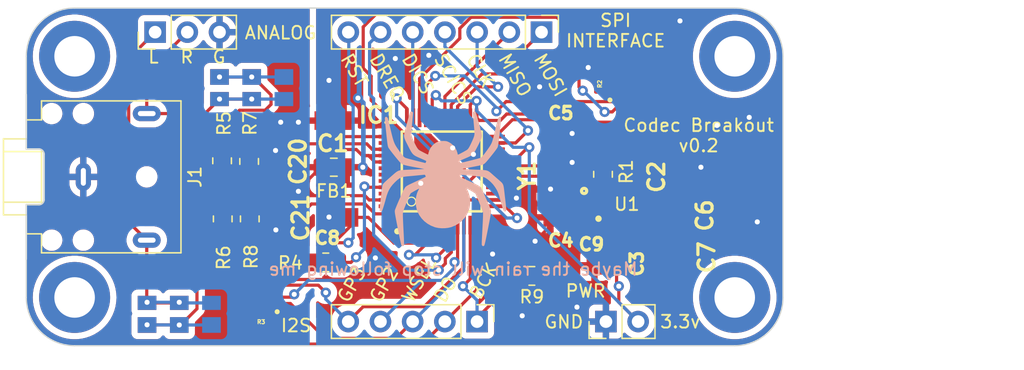
<source format=kicad_pcb>
(kicad_pcb (version 20221018) (generator pcbnew)
  (layers (0 "F.Cu" signal) (31 "B.Cu" signal) (34 "B.Paste" user) (35 "F.Paste" user) (36 "B.SilkS" user "B.Silkscreen") (37 "F.SilkS" user "F.Silkscreen") (38 "B.Mask" user) (39 "F.Mask" user) (44 "Edge.Cuts" user))
  (net 0 "")
  (net 1 "GND")
  (net 2 "+1V8")
  (net 3 "+2V8")
  (net 4 "/CODEC_CRYSTAL1")
  (net 5 "/CODEC_CRYSTAL2")
  (net 6 "+3.3V")
  (net 7 "Net-(C10-Pad2)")
  (net 8 "Net-(C15-Pad2)")
  (net 9 "Net-(C20-Pad2)")
  (net 10 "Net-(C21-Pad2)")
  (net 15 "/Analog Output/RIGHT")
  (net 18 "/Analog Output/LEFT")
  (net 20 "AGND")
  (net 21 "RESET")
  (net 22 "Net-(J4-Pin_2)")
  (net 23 "Net-(J4-Pin_1)")
  (net 24 "DREQ")
  (net 25 "GPIO2")
  (net 26 "GPIO3")
  (net 27 "I2S_BCK")
  (net 28 "I2S_DO")
  (net 29 "DI_CS")
  (net 30 "SCI_CS")
  (net 31 "SPI_CLK")
  (net 32 "MOSI")
  (net 33 "MISO")
  (net 34 "I2S_WSEL")
  (net 35 "GPIO5")
  (net 36 "GPIO0")
  (net 37 "GPIO1")
  (footprint "dowloaded_parts:0805_cap" (layer "F.Cu") (at 184.15 52.705)
    (fp_text reference "C1")
    (fp_text value "CL21B104KBCNNNC" hide)
  )
  (footprint "dowloaded_parts:0805_cap" (layer "F.Cu") (at 202.25835 53.6956 180)
    (fp_text reference "C5")
    (fp_text value "CL21C100CBANNNC" hide)
  )
  (footprint "dowloaded_parts:0805_cap" (layer "F.Cu") (at 172.085 67.945 -90)
    (fp_text reference "C15" hide)
    (fp_text value "CL21A476MQYNNNE" hide)
  )
  (footprint "Resistor_SMD:R_0805_2012Metric_Pad1.20x1.40mm_HandSolder" (layer "F.Cu") (at 175.4632 55.88 90)
    (fp_text reference "R5")
    (fp_text value "RC0805FR-07100RL" hide)
  )
  (footprint "dowloaded_parts:0805_cap" (layer "F.Cu") (at 175.26 50.165 90)
    (fp_text reference "C10" hide)
    (fp_text value "CL21A476MQYNNNE" hide)
  )
  (footprint "Connector_PinHeader_2.54mm:PinHeader_1x02_P2.54mm_Vertical" (layer "F.Cu") (at 205.74 68.58 90)
    (fp_text reference "J5" hide)
    (fp_text value "Conn_01x02" hide)
  )
  (footprint "dowloaded_parts:0805_cap" (layer "F.Cu") (at 205.74 64.135 180)
    (fp_text reference "C9")
    (fp_text value "CL21B104KBCNNNC" hide)
  )
  (footprint "dowloaded_parts:TLV7101828DSER" (layer "F.Cu") (at 206.729 60.96)
    (fp_text reference "U1")
    (fp_text value "TLV7101828DSER" hide)
  )
  (footprint "dowloaded_parts:Resistor_Array_0805_x4" (layer "F.Cu") (at 206.9592 49.5808 90)
    (fp_text reference "R2")
    (fp_text value "YC124-JR-07100KL" hide)
  )
  (footprint "dowloaded_parts:0805_cap" (layer "F.Cu") (at 169.545 67.945 -90)
    (fp_text reference "C16" hide)
    (fp_text value "CL21A476MQYNNNE" hide)
  )
  (footprint "dowloaded_parts:0805_cap" (layer "F.Cu") (at 177.8 50.165 90)
    (fp_text reference "C11" hide)
    (fp_text value "CL21A476MQYNNNE" hide)
  )
  (footprint "Connector_PinHeader_2.54mm:PinHeader_1x03_P2.54mm_Vertical" (layer "F.Cu") (at 170.18 45.72 90)
    (fp_text reference "J4" hide)
    (fp_text value "Conn_01x03" hide)
  )
  (footprint "dowloaded_parts:0805_cap" (layer "F.Cu") (at 211.7598 60.198 -90)
    (fp_text reference "C6")
    (fp_text value "CL21B104KBCNNNC" hide)
  )
  (footprint "Resistor_SMD:R_0805_2012Metric_Pad1.20x1.40mm_HandSolder" (layer "F.Cu") (at 177.5968 55.9308 90)
    (fp_text reference "R7")
    (fp_text value "RC0805JR-0720RL" hide)
  )
  (footprint "dowloaded_parts:0805_cap" (layer "F.Cu") (at 184.8104 60.3504 180)
    (fp_text reference "C8")
    (fp_text value "CL21B104KBCNNNC" hide)
  )
  (footprint "MountingHole:MountingHole_3.2mm_M3_DIN965_Pad" (layer "F.Cu") (at 163.83 47.625)
    (fp_text reference "H2" hide)
    (fp_text value "MountingHole" hide)
  )
  (footprint "dowloaded_parts:0805_cap" (layer "F.Cu") (at 179.6796 60.468 90)
    (fp_text reference "C21")
    (fp_text value "CL21B103KBANNNC" hide)
  )
  (footprint "Resistor_SMD:R_0805_2012Metric_Pad1.20x1.40mm_HandSolder" (layer "F.Cu") (at 183.642 63.9064 180)
    (fp_text reference "R4")
    (fp_text value "ERA-6AEB104V" hide)
  )
  (footprint "dowloaded_parts:0805_cap" (layer "F.Cu") (at 179.6796 55.9308 -90)
    (fp_text reference "C20")
    (fp_text value "CL21B103KBANNNC" hide)
  )
  (footprint "MountingHole:MountingHole_3.2mm_M3_DIN965_Pad" (layer "F.Cu") (at 215.9 47.625)
    (fp_text reference "H3" hide)
    (fp_text value "MountingHole" hide)
  )
  (footprint "dowloaded_parts:0805_cap" (layer "F.Cu") (at 209.677 60.198 -90)
    (fp_text reference "C2")
    (fp_text value "CL21A106KOQNNNE" hide)
  )
  (footprint "Resistor_SMD:R_0805_2012Metric_Pad1.20x1.40mm_HandSolder" (layer "F.Cu") (at 205.50955 56.9468 -90)
    (fp_text reference "R1")
    (fp_text value "RC0805FR-101ML" hide)
  )
  (footprint "dowloaded_parts:0805_cap" (layer "F.Cu") (at 202.20755 60.3504)
    (fp_text reference "C4")
    (fp_text value "CL21C100CBANNNC" hide)
  )
  (footprint "dowloaded_parts:Jack_3.5mm_CUI_SJ1-3523N_Horizontal" (layer "F.Cu") (at 164.52 57.15 -90)
    (fp_text reference "J1")
    (fp_text value "SJ1-3523N" hide)
    (fp_line (start -2.2 3.5) (end -2.2 4.5) (stroke (width 0.12)) (layer "Edge.Cuts"))
    (fp_line (start -2.2 4.5) (end -6.5 4.5) (stroke (width 0.12)) (layer "Edge.Cuts"))
    (fp_line (start 1.8 3.1) (end -1.8 3.1) (stroke (width 0.12)) (layer "Edge.Cuts"))
    (fp_line (start 2.2 3.5) (end 2.2 4.5) (stroke (width 0.12)) (layer "Edge.Cuts"))
    (fp_line (start 2.2 4.5) (end 6.5 4.5) (stroke (width 0.12)) (layer "Edge.Cuts"))
    (fp_arc (start -2.2 3.5) (mid -2.082842 3.217158) (end -1.8 3.1) (stroke (width 0.12)) (layer "Edge.Cuts"))
    (fp_arc (start 1.8 3.1) (mid 2.082843 3.217157) (end 2.2 3.5) (stroke (width 0.12)) (layer "Edge.Cuts"))
  )
  (footprint "dowloaded_parts:Resistor_Array_0805_x4" (layer "F.Cu") (at 178.308 66.9036 180)
    (fp_text reference "R3")
    (fp_text value "YC124-JR-07100KL" hide)
  )
  (footprint "dowloaded_parts:0805_cap" (layer "F.Cu") (at 209.677 64.135 -90)
    (fp_text reference "C3")
    (fp_text value "CL21A106KOQNNNE" hide)
  )
  (footprint "MountingHole:MountingHole_3.2mm_M3_DIN965_Pad" (layer "F.Cu") (at 215.9 66.675)
    (fp_text reference "H4" hide)
    (fp_text value "MountingHole" hide)
  )
  (footprint "Resistor_SMD:R_0805_2012Metric_Pad1.20x1.40mm_HandSolder" (layer "F.Cu") (at 177.6476 60.468 -90)
    (fp_text reference "R8")
    (fp_text value "RC0805JR-0720RL" hide)
  )
  (footprint "Resistor_SMD:R_0805_2012Metric_Pad1.20x1.40mm_HandSolder" (layer "F.Cu") (at 199.898 64.9732 180)
    (fp_text reference "R9")
    (fp_text value "ERA-6AEB104V" hide)
  )
  (footprint "Resistor_SMD:R_0805_2012Metric_Pad1.20x1.40mm_HandSolder" (layer "F.Cu") (at 175.514 60.468 -90)
    (fp_text reference "R6")
    (fp_text value "RC0805FR-07100RL" hide)
  )
  (footprint "dowloaded_parts:0805_cap" (layer "F.Cu") (at 211.7598 64.1858 -90)
    (fp_text reference "C7")
    (fp_text value "CL21B104KBCNNNC" hide)
  )
  (footprint "Inductor_SMD:L_0805_2012Metric_Pad1.15x1.40mm_HandSolder" (layer "F.Cu") (at 184.277 56.388)
    (fp_text reference "FB1")
    (fp_text value "2508053017Y3" hide)
  )
  (footprint "dowloaded_parts:VS1053" (layer "F.Cu") (at 192.79 56.722 90)
    (fp_text reference "IC1")
    (fp_text value "VS1053B" hide)
  )
  (footprint "Connector_PinHeader_2.54mm:PinHeader_1x07_P2.54mm_Vertical" (layer "F.Cu") (at 200.66 45.72 -90)
    (fp_text reference "J2" hide)
    (fp_text value "Conn_01x07" hide)
  )
  (footprint "dowloaded_parts:ABM8G" (layer "F.Cu") (at 202.20755 57.0484 90)
    (fp_text reference "Y1")
    (fp_text value "ABM8G-12.288MHZ-4Y-T3" hide)
  )
  (footprint "MountingHole:MountingHole_3.2mm_M3_DIN965_Pad" (layer "F.Cu") (at 163.83 66.675)
    (fp_text reference "H1" hide)
    (fp_text value "MountingHole" hide)
  )
  (footprint "Connector_PinHeader_2.54mm:PinHeader_1x05_P2.54mm_Vertical" (layer "F.Cu") (at 195.575 68.58 -90)
    (fp_text reference "J3" hide)
    (fp_text value "Conn_01x05" hide)
  )
  (footprint "dowloaded_parts:0805_cap" (layer "B.Cu") (at 175.26 50.165 90)
    (fp_text reference "C14" hide)
    (fp_text value "CL21A476MQYNNNE" hide)
  )
  (footprint "dowloaded_parts:0805_cap" (layer "B.Cu") (at 180.34 50.165 90)
    (fp_text reference "C12" hide)
    (fp_text value "CL21A476MQYNNNE" hide)
  )
  (footprint "dowloaded_parts:0805_cap" (layer "B.Cu") (at 174.625 67.945 -90)
    (fp_text reference "C19" hide)
    (fp_text value "CL21A476MQYNNNE" hide)
  )
  (footprint "dowloaded_parts:0805_cap" (layer "B.Cu") (at 172.085 67.945 -90)
    (fp_text reference "C17" hide)
    (fp_text value "CL21A476MQYNNNE" hide)
  )
  (footprint "LOGO" (layer "B.Cu") (at 192.8876 57.3024 180)
    (fp_text reference "G***" hide)
    (fp_text value "LOGO" hide)
  )
  (footprint "dowloaded_parts:0805_cap" (layer "B.Cu") (at 169.545 67.945 -90)
    (fp_text reference "C18" hide)
    (fp_text value "CL21A476MQYNNNE" hide)
  )
  (footprint "dowloaded_parts:0805_cap" (layer "B.Cu") (at 177.8 50.165 90)
    (fp_text reference "C13" hide)
    (fp_text value "CL21A476MQYNNNE" hide)
  )
  (gr_line (start 219.71 47.625) (end 219.71 66.675) (stroke (width 0.1)) (layer "Edge.Cuts"))
  (gr_arc (start 215.9 43.815) (mid 218.594077 44.930923) (end 219.71 47.625) (stroke (width 0.1)) (layer "Edge.Cuts"))
  (gr_line (start 160.02 50.65) (end 160.02 47.625) (stroke (width 0.1)) (layer "Edge.Cuts"))
  (gr_line (start 215.9 43.815) (end 163.83 43.815) (stroke (width 0.1)) (layer "Edge.Cuts"))
  (gr_line (start 160.02 63.65) (end 160.02 66.675) (stroke (width 0.1)) (layer "Edge.Cuts"))
  (gr_arc (start 160.02 47.625) (mid 161.135923 44.930923) (end 163.83 43.815) (stroke (width 0.1)) (layer "Edge.Cuts"))
  (gr_arc (start 163.83 70.485) (mid 161.135923 69.369077) (end 160.02 66.675) (stroke (width 0.1)) (layer "Edge.Cuts"))
  (gr_arc (start 219.71 66.675) (mid 218.594077 69.369077) (end 215.9 70.485) (stroke (width 0.1)) (layer "Edge.Cuts"))
  (gr_line (start 215.9 70.485) (end 163.83 70.485) (stroke (width 0.1)) (layer "Edge.Cuts"))
  (gr_text "Maybe the rain will stop following me" (at 208.3308 65.024) (layer "B.SilkS") (effects (font (size 1 1)) (justify left bottom mirror)))
  (gr_text "GND" (at 200.8 69.19) (layer "F.SilkS") (effects (font (size 1 1)) (justify left bottom)))
  (gr_text "Codec Breakout\nv0.2" (at 213.0552 55.2704) (layer "F.SilkS") (effects (font (size 1 1)) (justify bottom)))
  (gr_text "DO" (at 193.04 67.31 60) (layer "F.SilkS") (effects (font (size 1 1)) (justify left bottom)))
  (gr_text "DREQ" (at 186.944 47.752 300) (layer "F.SilkS") (effects (font (size 1 1)) (justify left bottom)))
  (gr_text "MOSI" (at 199.898 47.752 300) (layer "F.SilkS") (effects (font (size 1 1)) (justify left bottom)))
  (gr_text "I2S" (at 180.01 69.48) (layer "F.SilkS") (effects (font (size 1 1)) (justify left bottom)))
  (gr_text "R" (at 172.085 48.26) (layer "F.SilkS") (effects (font (size 1 1)) (justify left bottom)))
  (gr_text "BCK" (at 195.834 67.056 60) (layer "F.SilkS") (effects (font (size 1 1)) (justify left bottom)))
  (gr_text "SPI\nINTERFACE" (at 206.502 46.99) (layer "F.SilkS") (effects (font (size 1 1)) (justify bottom)))
  (gr_text "RST" (at 184.658 47.752 300) (layer "F.SilkS") (effects (font (size 1 1)) (justify left bottom)))
  (gr_text "L" (at 169.545 48.26) (layer "F.SilkS") (effects (font (size 1 1)) (justify left bottom)))
  (gr_text "DICS" (at 189.484 47.752 300) (layer "F.SilkS") (effects (font (size 1 1)) (justify left bottom)))
  (gr_text "ANALOG" (at 177.165 46.355) (layer "F.SilkS") (effects (font (size 1 1)) (justify left bottom)))
  (gr_text "CLK" (at 194.564 47.752 300) (layer "F.SilkS") (effects (font (size 1 1)) (justify left bottom)))
  (gr_text "3.3v" (at 209.93 69.18) (layer "F.SilkS") (effects (font (size 1 1)) (justify left bottom)))
  (gr_text "G" (at 174.625 48.26) (layer "F.SilkS") (effects (font (size 1 1)) (justify left bottom)))
  (gr_text "WSEL" (at 190.5 67.31 60) (layer "F.SilkS") (effects (font (size 1 1)) (justify left bottom)))
  (gr_text "GP2" (at 187.96 67.31 60) (layer "F.SilkS") (effects (font (size 1 1)) (justify left bottom)))
  (gr_text "MISO" (at 197.104 47.752 300) (layer "F.SilkS") (effects (font (size 1 1)) (justify left bottom)))
  (gr_text "GP3" (at 185.42 67.31 60) (layer "F.SilkS") (effects (font (size 1 1)) (justify left bottom)))
  (gr_text "SCICS" (at 192.024 47.752 300) (layer "F.SilkS") (effects (font (size 1 1)) (justify left bottom)))
  (gr_text "PWR" (at 202.47 66.75) (layer "F.SilkS") (effects (font (size 1 1)) (justify left bottom)))
  (segment (start 197.028 55.472) (end 197.028 54.972) (width 0.25) (layer "F.Cu") (net 1))
  (segment (start 201.35755 58.1484) (end 201.35755 60.3414) (width 0.25) (layer "F.Cu") (net 1))
  (segment (start 201.36655 61.01545) (end 201.36655 60.3504) (width 0.25) (layer "F.Cu") (net 1))
  (segment (start 197.028 55.472) (end 195.3885 55.472) (width 0.25) (layer "F.Cu") (net 1))
  (segment (start 208.2292 63.4492) (end 208.2292 64.4144) (width 0.25) (layer "F.Cu") (net 1))
  (segment (start 191.54 58.063) (end 191.135 57.658) (width 0.25) (layer "F.Cu") (net 1))
  (segment (start 201.3712 58.16205) (end 201.35755 58.1484) (width 0.25) (layer "F.Cu") (net 1))
  (segment (start 177.728 67.7286) (end 177.728 67.1536) (width 0.25) (layer "F.Cu") (net 1))
  (segment (start 177.728 66.0786) (end 178.5525 65.2541) (width 0.25) (layer "F.Cu") (net 1))
  (segment (start 191.54 60.96) (end 191.54 58.063) (width 0.25) (layer "F.Cu") (net 1))
  (segment (start 208.2292 64.4144) (end 208.8543 65.0395) (width 0.25) (layer "F.Cu") (net 1))
  (segment (start 208.8543 65.0395) (end 209.677 65.0395) (width 0.25) (layer "F.Cu") (net 1))
  (segment (start 201.3712 58.1152) (end 201.3712 58.16205) (width 0.25) (layer "F.Cu") (net 1))
  (segment (start 195.3885 55.472) (end 195.2885 55.372) (width 0.25) (layer "F.Cu") (net 1))
  (segment (start 201.35755 60.3414) (end 201.36655 60.3504) (width 0.25) (layer "F.Cu") (net 1))
  (segment (start 190.54 48.7788) (end 190.54 52.484) (width 0.25) (layer "F.Cu") (net 1))
  (segment (start 177.728 67.1536) (end 177.728 66.6536) (width 0.25) (layer "F.Cu") (net 1))
  (segment (start 200.152 62.23) (end 201.36655 61.01545) (width 0.25) (layer "F.Cu") (net 1))
  (segment (start 197.028 57.972) (end 201.18115 57.972) (width 0.25) (layer "F.Cu") (net 1))
  (segment (start 207.464 62.684) (end 208.2292 63.4492) (width 0.25) (layer "F.Cu") (net 1))
  (segment (start 201.32435 58.1152) (end 201.3712 58.1152) (width 0.25) (layer "F.Cu") (net 1))
  (segment (start 177.728 66.6536) (end 177.728 66.0786) (width 0.25) (layer "F.Cu") (net 1))
  (segment (start 185.8503 65.2541) (end 187.5536 63.5508) (width 0.25) (layer "F.Cu") (net 1))
  (segment (start 191.77 47.5488) (end 190.54 48.7788) (width 0.25) (layer "F.Cu") (net 1))
  (segment (start 201.18115 57.972) (end 201.32435 58.1152) (width 0.25) (layer "F.Cu") (net 1))
  (segment (start 178.5525 65.2541) (end 185.8503 65.2541) (width 0.25) (layer "F.Cu") (net 1))
  (segment (start 207.464 61.459999) (end 207.464 62.684) (width 0.25) (layer "F.Cu") (net 1))
  (segment (start 197.028 55.972) (end 197.028 55.472) (width 0.25) (layer "F.Cu") (net 1))
  (via (at 203.073 53.721) (size 0.8) (drill 0.4) (layers "F.Cu" "B.Cu") (net 1))
  (via (at 200.5076 50.038) (size 0.8) (drill 0.4) (layers "F.Cu" "B.Cu") (net 1))
  (via (at 213.233 56.388) (size 0.8) (drill 0.4) (layers "F.Cu" "B.Cu") (net 1))
  (via (at 217.043 52.451) (size 0.8) (drill 0.4) (layers "F.Cu" "B.Cu") (net 1))
  (via (at 204.343 48.514) (size 0.8) (drill 0.4) (layers "F.Cu" "B.Cu") (net 1))
  (via (at 183.896 60.325) (size 0.8) (drill 0.4) (layers "F.Cu" "B.Cu") (net 1))
  (via (at 199.136 68.1228) (size 0.8) (drill 0.4) (layers "F.Cu" "B.Cu") (net 1))
  (via (at 211.582 44.831) (size 0.8) (drill 0.4) (layers "F.Cu" "B.Cu") (net 1))
  (via (at 214.503 53.086) (size 0.8) (drill 0.4) (layers "F.Cu" "B.Cu") (net 1))
  (via (at 183.896 49.53) (size 0.8) (drill 0.4) (layers "F.Cu" "B.Cu") (net 1))
  (via (at 189.1284 47.8028) (size 0.8) (drill 0.4) (layers "F.Cu" "B.Cu") (net 1))
  (via (at 198.6788 58.8264) (size 0.8) (drill 0.4) (layers "F.Cu" "B.Cu") (net 1))
  (via (at 200.152 62.23) (size 0.8) (drill 0.4) (layers "F.Cu" "B.Cu") (net 1))
  (via (at 196.7992 63.246) (size 0.8) (drill 0.4) (layers "F.Cu" "B.Cu") (net 1))
  (via (at 186.182 50.927) (size 0.8) (drill 0.4) (layers "F.Cu" "B.Cu") (net 1))
  (via (at 193.6496 54.864) (size 0.8) (drill 0.4) (layers "F.Cu" "B.Cu") (net 1))
  (via (at 203.454 67.437) (size 0.8) (drill 0.4) (layers "F.Cu" "B.Cu") (net 1))
  (via (at 191.77 47.5488) (size 0.8) (drill 0.4) (layers "F.Cu" "B.Cu") (net 1))
  (via (at 203.073 56.007) (size 0.8) (drill 0.4) (layers "F.Cu" "B.Cu") (net 1))
  (via (at 217.678 60.706) (size 0.8) (drill 0.4) (layers "F.Cu" "B.Cu") (net 1))
  (via (at 186.563 56.388) (size 0.8) (drill 0.4) (layers "F.Cu" "B.Cu") (net 1))
  (via (at 201.3712 58.1152) (size 0.8) (drill 0.4) (layers "F.Cu" "B.Cu") (net 1))
  (via (at 195.2885 55.372) (size 0.8) (drill 0.4) (layers "F.Cu" "B.Cu") (net 1))
  (via (at 187.5536 63.5508) (size 0.8) (drill 0.4) (layers "F.Cu" "B.Cu") (net 1))
  (via (at 191.135 57.658) (size 0.8) (drill 0.4) (layers "F.Cu" "B.Cu") (net 1))
  (segment (start 207.464 60.460003) (end 209.034503 60.460003) (width 0.25) (layer "F.Cu") (net 2))
  (segment (start 198.3644 52.6356) (end 198.8312 52.6356) (width 0.25) (layer "F.Cu") (net 2))
  (segment (start 208.617 60.136603) (end 209.582897 61.1025) (width 0.25) (layer "F.Cu") (net 2))
  (segment (start 192.04 61.96) (end 192.04 60.96) (width 0.25) (layer "F.Cu") (net 2))
  (segment (start 195.2244 53.972) (end 197.028 53.972) (width 0.25) (layer "F.Cu") (net 2))
  (segment (start 209.582897 61.1025) (end 209.677 61.1025) (width 0.25) (layer "F.Cu") (net 2))
  (segment (start 194.564 57.2008) (end 194.564 53.972) (width 0.25) (layer "F.Cu") (net 2))
  (segment (start 192.04 60.96) (end 192.04 59.7248) (width 0.25) (layer "F.Cu") (net 2))
  (segment (start 193.04 53.975) (end 193.043 53.972) (width 0.25) (layer "F.Cu") (net 2))
  (segment (start 203.98035 52.6356) (end 208.617 57.27225) (width 0.25) (layer "F.Cu") (net 2))
  (segment (start 208.617 57.27225) (end 208.617 60.136603) (width 0.25) (layer "F.Cu") (net 2))
  (segment (start 192.54 53.475) (end 193.04 53.975) (width 0.25) (layer "F.Cu") (net 2))
  (segment (start 211.7598 61.1025) (end 209.677 61.1025) (width 0.25) (layer "F.Cu") (net 2))
  (segment (start 209.034503 60.460003) (end 209.677 61.1025) (width 0.25) (layer "F.Cu") (net 2))
  (segment (start 190.203253 63.309647) (end 190.690353 63.309647) (width 0.25) (layer "F.Cu") (net 2))
  (segment (start 194.564 53.972) (end 195.2244 53.972) (width 0.25) (layer "F.Cu") (net 2))
  (segment (start 190.690353 63.309647) (end 192.04 61.96) (width 0.25) (layer "F.Cu") (net 2))
  (segment (start 192.346248 63.541311) (end 193.04 62.847559) (width 0.25) (layer "F.Cu") (net 2))
  (segment (start 198.8312 52.6356) (end 203.98035 52.6356) (width 0.25) (layer "F.Cu") (net 2))
  (segment (start 193.043 53.972) (end 195.2244 53.972) (width 0.25) (layer "F.Cu") (net 2))
  (segment (start 192.04 59.7248) (end 194.564 57.2008) (width 0.25) (layer "F.Cu") (net 2))
  (segment (start 197.028 53.972) (end 198.3644 52.6356) (width 0.25) (layer "F.Cu") (net 2))
  (segment (start 192.54 52.484) (end 192.54 53.475) (width 0.25) (layer "F.Cu") (net 2))
  (segment (start 193.04 62.847559) (end 193.04 60.96) (width 0.25) (layer "F.Cu") (net 2))
  (via (at 190.203253 63.309647) (size 0.8) (drill 0.4) (layers "F.Cu" "B.Cu") (net 2))
  (via (at 192.346248 63.541311) (size 0.8) (drill 0.4) (layers "F.Cu" "B.Cu") (net 2))
  (segment (start 192.114584 63.309647) (end 190.203253 63.309647) (width 0.25) (layer "B.Cu") (net 2))
  (segment (start 192.346248 63.541311) (end 192.114584 63.309647) (width 0.25) (layer "B.Cu") (net 2))
  (segment (start 184.642 63.9064) (end 185.6232 63.9064) (width 0.25) (layer "F.Cu") (net 3))
  (segment (start 189.992 57.5695) (end 189.992 57.3532) (width 0.25) (layer "F.Cu") (net 3))
  (segment (start 189.992 53.8745) (end 187.2223 51.1048) (width 0.25) (layer "F.Cu") (net 3))
  (segment (start 189.992 57.3532) (end 189.992 54.8745) (width 0.25) (layer "F.Cu") (net 3))
  (segment (start 189.6108 56.972) (end 188.552 56.972) (width 0.25) (layer "F.Cu") (net 3))
  (segment (start 189.992 54.8745) (end 189.5895 54.472) (width 0.25) (layer "F.Cu") (net 3))
  (segment (start 213.9696 61.135) (end 211.7598 63.3448) (width 0.25) (layer "F.Cu") (net 3))
  (segment (start 209.677 63.294) (end 211.709 63.294) (width 0.25) (layer "F.Cu") (net 3))
  (segment (start 187.2223 51.1048) (end 187.2223 49.1987) (width 0.25) (layer "F.Cu") (net 3))
  (segment (start 189.5895 57.972) (end 189.992 57.5695) (width 0.25) (layer "F.Cu") (net 3))
  (segment (start 187.2223 49.1987) (end 186.595 48.5714) (width 0.25) (layer "F.Cu") (net 3))
  (segment (start 211.709 63.294) (end 211.7598 63.3448) (width 0.25) (layer "F.Cu") (net 3))
  (segment (start 188.552 57.972) (end 189.5895 57.972) (width 0.25) (layer "F.Cu") (net 3))
  (segment (start 207.464 60.96) (end 208.289001 60.96) (width 0.25) (layer "F.Cu") (net 3))
  (segment (start 189.992 54.8745) (end 189.992 53.8745) (width 0.25) (layer "F.Cu") (net 3))
  (segment (start 189.5895 54.472) (end 188.552 54.472) (width 0.25) (layer "F.Cu") (net 3))
  (segment (start 208.289001 60.96) (end 208.617 61.287999) (width 0.25) (layer "F.Cu") (net 3))
  (segment (start 186.69 57.912) (end 186.75 57.972) (width 0.25) (layer "F.Cu") (net 3))
  (segment (start 204.216 44.0436) (end 213.9696 53.7972) (width 0.25) (layer "F.Cu") (net 3))
  (segment (start 186.75 57.972) (end 188.552 57.972) (width 0.25) (layer "F.Cu") (net 3))
  (segment (start 213.9696 53.7972) (end 213.9696 61.135) (width 0.25) (layer "F.Cu") (net 3))
  (segment (start 185.6232 63.9064) (end 186.0296 63.5) (width 0.25) (layer "F.Cu") (net 3))
  (segment (start 187.8564 44.0436) (end 204.216 44.0436) (width 0.25) (layer "F.Cu") (net 3))
  (segment (start 189.992 57.3532) (end 189.6108 56.972) (width 0.25) (layer "F.Cu") (net 3))
  (segment (start 208.617 61.287999) (end 208.617 62.234) (width 0.25) (layer "F.Cu") (net 3))
  (segment (start 186.595 45.305) (end 187.8564 44.0436) (width 0.25) (layer "F.Cu") (net 3))
  (segment (start 208.617 62.234) (end 209.677 63.294) (width 0.25) (layer "F.Cu") (net 3))
  (segment (start 186.595 48.5714) (end 186.595 45.305) (width 0.25) (layer "F.Cu") (net 3))
  (via (at 186.0296 63.5) (size 0.8) (drill 0.4) (layers "F.Cu" "B.Cu") (net 3))
  (via (at 186.69 57.912) (size 0.8) (drill 0.4) (layers "F.Cu" "B.Cu") (net 3))
  (segment (start 186.69 62.8396) (end 186.0296 63.5) (width 0.25) (layer "B.Cu") (net 3))
  (segment (start 186.69 57.912) (end 186.69 62.8396) (width 0.25) (layer "B.Cu") (net 3))
  (segment (start 198.5772 57.0992) (end 198.2044 57.472) (width 0.25) (layer "F.Cu") (net 4))
  (segment (start 205.50955 57.9468) (end 205.30795 58.1484) (width 0.25) (layer "F.Cu") (net 4))
  (segment (start 203.05755 58.1484) (end 203.05755 57.8984) (width 0.25) (layer "F.Cu") (net 4))
  (segment (start 203.05755 57.8984) (end 202.25835 57.0992) (width 0.25) (layer "F.Cu") (net 4))
  (segment (start 203.05755 60.2959) (end 203.11205 60.3504) (width 0.25) (layer "F.Cu") (net 4))
  (segment (start 202.25835 57.0992) (end 198.5772 57.0992) (width 0.25) (layer "F.Cu") (net 4))
  (segment (start 203.05755 58.1484) (end 203.05755 60.2959) (width 0.25) (layer "F.Cu") (net 4))
  (segment (start 198.2044 57.472) (end 197.028 57.472) (width 0.25) (layer "F.Cu") (net 4))
  (segment (start 205.30795 58.1484) (end 203.05755 58.1484) (width 0.25) (layer "F.Cu") (net 4))
  (segment (start 201.35385 53.7455) (end 201.35385 53.6956) (width 0.25) (layer "F.Cu") (net 5))
  (segment (start 201.35755 55.9484) (end 201.01955 56.2864) (width 0.25) (layer "F.Cu") (net 5))
  (segment (start 201.01955 56.2864) (end 198.7511 56.2864) (width 0.25) (layer "F.Cu") (net 5))
  (segment (start 201.35755 53.6993) (end 201.35385 53.6956) (width 0.25) (layer "F.Cu") (net 5))
  (segment (start 198.7511 56.2864) (end 198.0655 56.972) (width 0.25) (layer "F.Cu") (net 5))
  (segment (start 205.50955 55.9468) (end 204.31835 54.7556) (width 0.25) (layer "F.Cu") (net 5))
  (segment (start 204.31835 54.7556) (end 202.36395 54.7556) (width 0.25) (layer "F.Cu") (net 5))
  (segment (start 202.36395 54.7556) (end 201.35385 53.7455) (width 0.25) (layer "F.Cu") (net 5))
  (segment (start 198.0655 56.972) (end 197.028 56.972) (width 0.25) (layer "F.Cu") (net 5))
  (segment (start 201.35755 55.9484) (end 201.35755 53.6993) (width 0.25) (layer "F.Cu") (net 5))
  (segment (start 195.9905 56.472) (end 197.028 56.472) (width 0.25) (layer "F.Cu") (net 6))
  (segment (start 206.756 67.056) (end 206.756 65.786) (width 0.25) (layer "F.Cu") (net 6))
  (segment (start 193.4905 58.972) (end 194.83665 57.62585) (width 0.25) (layer "F.Cu") (net 6))
  (segment (start 193.4905 58.972) (end 197.028 58.972) (width 0.25) (layer "F.Cu") (net 6))
  (segment (start 197.028 56.472) (end 197.929104 56.472) (width 0.25) (layer "F.Cu") (net 6))
  (segment (start 206.581 62.046999) (end 205.994 61.459999) (width 0.25) (layer "F.Cu") (net 6))
  (segment (start 206.756 65.786) (end 206.581 65.611) (width 0.25) (layer "F.Cu") (net 6))
  (segment (start 195.04 52.484) (end 195.04 51.4465) (width 0.25) (layer "F.Cu") (net 6))
  (segment (start 192.04 50.980321) (end 192.04 52.484) (width 0.25) (layer "F.Cu") (net 6))
  (segment (start 205.994 61.459999) (end 205.994 60.96) (width 0.25) (layer "F.Cu") (net 6))
  (segment (start 205.994 60.96) (end 205.994 60.463805) (width 0.25) (layer "F.Cu") (net 6))
  (segment (start 197.929104 56.472) (end 199.587904 54.8132) (width 0.25) (layer "F.Cu") (net 6))
  (segment (start 206.581 65.611) (end 206.581 64.135) (width 0.25) (layer "F.Cu") (net 6))
  (segment (start 205.994 60.463805) (end 205.9924 60.462205) (width 0.25) (layer "F.Cu") (net 6))
  (segment (start 195.04 51.4465) (end 195.339502 51.146998) (width 0.25) (layer "F.Cu") (net 6))
  (segment (start 192.54 60.96) (end 192.54 59.9225) (width 0.25) (layer "F.Cu") (net 6))
  (segment (start 195.339502 51.146998) (end 195.537957 51.146998) (width 0.25) (layer "F.Cu") (net 6))
  (segment (start 199.587904 54.8132) (end 199.6948 54.8132) (width 0.25) (layer "F.Cu") (net 6))
  (segment (start 208.28 68.58) (end 206.756 67.056) (width 0.25) (layer "F.Cu") (net 6))
  (segment (start 192.54 59.9225) (end 193.4905 58.972) (width 0.25) (layer "F.Cu") (net 6))
  (segment (start 192.322781 50.69754) (end 192.04 50.980321) (width 0.25) (layer "F.Cu") (net 6))
  (segment (start 206.581 64.135) (end 206.581 62.046999) (width 0.25) (layer "F.Cu") (net 6))
  (segment (start 194.83665 57.62585) (end 195.9905 56.472) (width 0.25) (layer "F.Cu") (net 6))
  (via (at 199.6948 54.8132) (size 0.8) (drill 0.4) (layers "F.Cu" "B.Cu") (net 6))
  (via (at 192.322781 50.69754) (size 0.8) (drill 0.4) (layers "F.Cu" "B.Cu") (net 6))
  (via (at 206.756 65.786) (size 0.8) (drill 0.4) (layers "F.Cu" "B.Cu") (net 6))
  (via (at 195.537957 51.146998) (size 0.8) (drill 0.4) (layers "F.Cu" "B.Cu") (net 6))
  (segment (start 199.6948 54.8132) (end 198.4248 54.8132) (width 0.25) (layer "B.Cu") (net 6))
  (segment (start 199.6948 59.9948) (end 199.6948 54.8132) (width 0.25) (layer "B.Cu") (net 6))
  (segment (start 198.4248 54.8132) (end 195.537957 51.926357) (width 0.25) (layer "B.Cu") (net 6))
  (segment (start 192.322781 50.69754) (end 192.772239 51.146998) (width 0.25) (layer "B.Cu") (net 6))
  (segment (start 195.537957 51.926357) (end 195.537957 51.146998) (width 0.25) (layer "B.Cu") (net 6))
  (segment (start 192.772239 51.146998) (end 195.537957 51.146998) (width 0.25) (layer "B.Cu") (net 6))
  (segment (start 208.28 68.58) (end 199.6948 59.9948) (width 0.25) (layer "B.Cu") (net 6))
  (segment (start 177.9115 49.2605) (end 177.8 49.2605) (width 0.25) (layer "F.Cu") (net 7))
  (segment (start 178.86 51.887) (end 179.324 51.423) (width 0.25) (layer "F.Cu") (net 7))
  (segment (start 176.84 51.887) (end 178.86 51.887) (width 0.25) (layer "F.Cu") (net 7))
  (segment (start 174.4382 55.855) (end 174.4382 54.2888) (width 0.25) (layer "F.Cu") (net 7))
  (segment (start 174.4382 54.2888) (end 176.84 51.887) (width 0.25) (layer "F.Cu") (net 7))
  (segment (start 179.324 51.423) (end 179.324 50.673) (width 0.25) (layer "F.Cu") (net 7))
  (segment (start 177.8 49.2605) (end 175.26 49.2605) (width 0.25) (layer "F.Cu") (net 7))
  (segment (start 179.324 50.673) (end 177.9115 49.2605) (width 0.25) (layer "F.Cu") (net 7))
  (segment (start 175.4632 56.88) (end 174.4382 55.855) (width 0.25) (layer "F.Cu") (net 7))
  (via (at 177.8 49.2605) (size 0.8) (drill 0.4) (layers "F.Cu" "B.Cu") (net 7))
  (via (at 175.26 49.2605) (size 0.8) (drill 0.4) (layers "F.Cu" "B.Cu") (net 7))
  (segment (start 180.34 49.2605) (end 177.8 49.2605) (width 0.25) (layer "B.Cu") (net 7))
  (segment (start 177.8 49.2605) (end 175.26 49.2605) (width 0.25) (layer "B.Cu") (net 7))
  (segment (start 172.2005 68.8495) (end 173.482 67.568) (width 0.25) (layer "F.Cu") (net 8))
  (segment (start 172.085 68.8495) (end 169.545 68.8495) (width 0.25) (layer "F.Cu") (net 8))
  (segment (start 172.085 68.8495) (end 172.2005 68.8495) (width 0.25) (layer "F.Cu") (net 8))
  (segment (start 173.482 67.568) (end 173.482 60.833) (width 0.25) (layer "F.Cu") (net 8))
  (segment (start 174.847 59.468) (end 175.514 59.468) (width 0.25) (layer "F.Cu") (net 8))
  (segment (start 173.482 60.833) (end 174.847 59.468) (width 0.25) (layer "F.Cu") (net 8))
  (via (at 169.545 68.834) (size 0.8) (drill 0.4) (layers "F.Cu" "B.Cu") (net 8))
  (via (at 172.085 68.8495) (size 0.8) (drill 0.4) (layers "F.Cu" "B.Cu") (net 8))
  (segment (start 169.545 68.834) (end 172.085 68.8495) (width 0.25) (layer "B.Cu") (net 8))
  (segment (start 169.545 68.8495) (end 169.545 68.834) (width 0.25) (layer "B.Cu") (net 8))
  (segment (start 174.625 68.8495) (end 172.085 68.8495) (width 0.25) (layer "B.Cu") (net 8))
  (segment (start 177.5968 56.9308) (end 179.5841 56.9308) (width 0.25) (layer "F.Cu") (net 9))
  (segment (start 179.5841 56.9308) (end 179.6796 56.8353) (width 0.25) (layer "F.Cu") (net 9))
  (segment (start 177.6476 59.468) (end 179.5841 59.468) (width 0.25) (layer "F.Cu") (net 10))
  (segment (start 179.5841 59.468) (end 179.6796 59.5635) (width 0.25) (layer "F.Cu") (net 10))
  (segment (start 186.875 54.541) (end 187.306 54.972) (width 0.25) (layer "F.Cu") (net 15))
  (segment (start 181.0718 54.541) (end 186.875 54.541) (width 0.25) (layer "F.Cu") (net 15))
  (segment (start 177.546 54.88) (end 177.5968 54.9308) (width 0.25) (layer "F.Cu") (net 15))
  (segment (start 175.4632 54.88) (end 177.546 54.88) (width 0.25) (layer "F.Cu") (net 15))
  (segment (start 180.7396 54.2088) (end 181.0718 54.541) (width 0.25) (layer "F.Cu") (net 15))
  (segment (start 187.306 54.972) (end 188.552 54.972) (width 0.25) (layer "F.Cu") (net 15))
  (segment (start 178.3188 54.2088) (end 180.7396 54.2088) (width 0.25) (layer "F.Cu") (net 15))
  (segment (start 177.5968 54.9308) (end 178.3188 54.2088) (width 0.25) (layer "F.Cu") (net 15))
  (segment (start 178.3696 62.19) (end 177.6476 61.468) (width 0.25) (layer "F.Cu") (net 18))
  (segment (start 180.634 62.19) (end 178.3696 62.19) (width 0.25) (layer "F.Cu") (net 18))
  (segment (start 182.5176 59.2904) (end 181.356 60.452) (width 0.25) (layer "F.Cu") (net 18))
  (segment (start 189.865 58.7475) (end 189.865 59.5975) (width 0.25) (layer "F.Cu") (net 18))
  (segment (start 181.356 60.452) (end 181.356 61.468) (width 0.25) (layer "F.Cu") (net 18))
  (segment (start 189.865 59.5975) (end 189.3915 60.071) (width 0.25) (layer "F.Cu") (net 18))
  (segment (start 189.3915 60.071) (end 187.526052 60.071) (width 0.25) (layer "F.Cu") (net 18))
  (segment (start 188.552 58.472) (end 189.5895 58.472) (width 0.25) (layer "F.Cu") (net 18))
  (segment (start 181.356 61.468) (end 180.634 62.19) (width 0.25) (layer "F.Cu") (net 18))
  (segment (start 186.745452 59.2904) (end 182.5176 59.2904) (width 0.25) (layer "F.Cu") (net 18))
  (segment (start 189.5895 58.472) (end 189.865 58.7475) (width 0.25) (layer "F.Cu") (net 18))
  (segment (start 175.514 61.468) (end 177.6476 61.468) (width 0.25) (layer "F.Cu") (net 18))
  (segment (start 187.526052 60.071) (end 186.745452 59.2904) (width 0.25) (layer "F.Cu") (net 18))
  (segment (start 183.309 52.705) (end 181.61 52.705) (width 0.25) (layer "F.Cu") (net 20))
  (segment (start 183.252 56.388) (end 181.483 58.157) (width 0.25) (layer "F.Cu") (net 20))
  (segment (start 188.552 58.972) (end 187.063448 58.972) (width 0.25) (layer "F.Cu") (net 20))
  (segment (start 186.055 54.991) (end 184.649 54.991) (width 0.25) (layer "F.Cu") (net 20))
  (segment (start 186.536 55.472) (end 186.055 54.991) (width 0.25) (layer "F.Cu") (net 20))
  (segment (start 183.309 52.884) (end 184.397 53.972) (width 0.25) (layer "F.Cu") (net 20))
  (segment (start 187.063448 58.972) (end 186.728448 58.637) (width 0.25) (layer "F.Cu") (net 20))
  (segment (start 188.552 55.472) (end 186.536 55.472) (width 0.25) (layer "F.Cu") (net 20))
  (segment (start 188.552 55.972) (end 187.5145 55.972) (width 0.25) (layer "F.Cu") (net 20))
  (segment (start 187.0145 55.472) (end 186.536 55.472) (width 0.25) (layer "F.Cu") (net 20))
  (segment (start 181.61 52.705) (end 181.483 52.832) (width 0.25) (layer "F.Cu") (net 20))
  (segment (start 181.827 58.637) (end 181.483 58.293) (width 0.25) (layer "F.Cu") (net 20))
  (segment (start 184.397 53.972) (end 188.552 53.972) (width 0.25) (layer "F.Cu") (net 20))
  (segment (start 187.5145 55.972) (end 187.0145 55.472) (width 0.25) (layer "F.Cu") (net 20))
  (segment (start 183.309 52.705) (end 183.309 52.884) (width 0.25) (layer "F.Cu") (net 20))
  (segment (start 181.483 52.832) (end 180.086 52.832) (width 0.25) (layer "F.Cu") (net 20))
  (segment (start 181.483 58.157) (end 181.483 58.293) (width 0.25) (layer "F.Cu") (net 20))
  (segment (start 184.649 54.991) (end 183.252 56.388) (width 0.25) (layer "F.Cu") (net 20))
  (segment (start 186.728448 58.637) (end 181.827 58.637) (width 0.25) (layer "F.Cu") (net 20))
  (via (at 181.483 58.293) (size 0.8) (drill 0.4) (layers "F.Cu" "B.Cu") (net 20))
  (via (at 181.483 52.832) (size 0.8) (drill 0.4) (layers "F.Cu" "B.Cu") (net 20))
  (via (at 179.705 61.341) (size 0.8) (drill 0.4) (layers "F.Cu" "B.Cu") (net 20))
  (via (at 179.6796 55.0672) (size 0.8) (drill 0.4) (layers "F.Cu" "B.Cu") (net 20))
  (via (at 180.086 52.832) (size 0.8) (drill 0.4) (layers "F.Cu" "B.Cu") (net 20))
  (segment (start 189.0268 62.3824) (end 190.6551 62.3824) (width 0.25) (layer "F.Cu") (net 21))
  (segment (start 182.642 63.9064) (end 182.7276 63.9064) (width 0.25) (layer "F.Cu") (net 21))
  (segment (start 185.6514 60.9826) (end 185.6514 60.3504) (width 0.25) (layer "F.Cu") (net 21))
  (segment (start 184.277 62.357) (end 185.6514 60.9826) (width 0.25) (layer "F.Cu") (net 21))
  (segment (start 185.42 62.357) (end 184.277 62.357) (width 0.25) (layer "F.Cu") (net 21))
  (segment (start 190.6551 62.3824) (end 191.04 61.9975) (width 0.25) (layer "F.Cu") (net 21))
  (segment (start 185.6514 60.3504) (end 186.9948 60.3504) (width 0.25) (layer "F.Cu") (net 21))
  (segment (start 182.7276 63.9064) (end 184.277 62.357) (width 0.25) (layer "F.Cu") (net 21))
  (segment (start 186.9948 60.3504) (end 189.0268 62.3824) (width 0.25) (layer "F.Cu") (net 21))
  (segment (start 191.04 61.9975) (end 191.04 60.96) (width 0.25) (layer "F.Cu") (net 21))
  (via (at 185.42 62.357) (size 0.8) (drill 0.4) (layers "F.Cu" "B.Cu") (net 21))
  (segment (start 185.801 61.976) (end 185.801 51.571305) (width 0.25) (layer "B.Cu") (net 21))
  (segment (start 185.801 51.571305) (end 185.457 51.227305) (width 0.25) (layer "B.Cu") (net 21))
  (segment (start 185.42 62.357) (end 185.801 61.976) (width 0.25) (layer "B.Cu") (net 21))
  (segment (start 185.457 45.757) (end 185.42 45.72) (width 0.25) (layer "B.Cu") (net 21))
  (segment (start 185.457 51.227305) (end 185.457 45.757) (width 0.25) (layer "B.Cu") (net 21))
  (segment (start 175.26 51.006) (end 175.26 51.006) (width 0.25) (layer "F.Cu") (net 22))
  (segment (start 175.26 51.006) (end 177.8 51.006) (width 0.25) (layer "F.Cu") (net 22))
  (segment (start 174.116 52.15) (end 169.52 52.15) (width 0.25) (layer "F.Cu") (net 22))
  (segment (start 175.26 51.006) (end 174.116 52.15) (width 0.25) (layer "F.Cu") (net 22))
  (segment (start 169.52 52.15) (end 169.52 48.92) (width 0.25) (layer "F.Cu") (net 22))
  (segment (start 169.52 48.92) (end 172.72 45.72) (width 0.25) (layer "F.Cu") (net 22))
  (via (at 177.8 51.006) (size 0.8) (drill 0.4) (layers "F.Cu" "B.Cu") (net 22))
  (via (at 175.26 51.006) (size 0.8) (drill 0.4) (layers "F.Cu" "B.Cu") (net 22))
  (segment (start 177.8 51.006) (end 180.34 51.006) (width 0.25) (layer "B.Cu") (net 22))
  (segment (start 175.26 51.006) (end 177.8 51.006) (width 0.25) (layer "B.Cu") (net 22))
  (segment (start 168.095 47.805) (end 170.18 45.72) (width 0.25) (layer "F.Cu") (net 23))
  (segment (start 169.52 62.15) (end 168.095 60.725) (width 0.25) (layer "F.Cu") (net 23))
  (segment (start 169.545 67.104) (end 172.085 67.104) (width 0.25) (layer "F.Cu") (net 23))
  (segment (start 168.095 60.725) (end 168.095 47.805) (width 0.25) (layer "F.Cu") (net 23))
  (segment (start 169.52 62.15) (end 169.52 67.079) (width 0.25) (layer "F.Cu") (net 23))
  (segment (start 169.52 67.079) (end 169.545 67.104) (width 0.25) (layer "F.Cu") (net 23))
  (via (at 169.545 67.056) (size 0.8) (drill 0.4) (layers "F.Cu" "B.Cu") (net 23))
  (via (at 172.085 67.056) (size 0.8) (drill 0.4) (layers "F.Cu" "B.Cu") (net 23))
  (segment (start 169.545 67.056) (end 172.085 67.056) (width 0.25) (layer "B.Cu") (net 23))
  (segment (start 174.625 67.104) (end 172.085 67.104) (width 0.25) (layer "B.Cu") (net 23))
  (segment (start 169.545 67.104) (end 169.545 67.056) (width 0.25) (layer "B.Cu") (net 23))
  (segment (start 172.085 67.056) (end 172.085 67.104) (width 0.25) (layer "B.Cu") (net 23))
  (segment (start 192.553601 64.519068) (end 193.071248 64.001421) (width 0.25) (layer "F.Cu") (net 24))
  (segment (start 193.54 63.11673) (end 193.54 60.96) (width 0.25) (layer "F.Cu") (net 24))
  (segment (start 193.071248 64.001421) (end 193.071248 63.585482) (width 0.25) (layer "F.Cu") (net 24))
  (segment (start 193.071248 63.585482) (end 193.54 63.11673) (width 0.25) (layer "F.Cu") (net 24))
  (via (at 192.553601 64.519068) (size 0.8) (drill 0.4) (layers "F.Cu" "B.Cu") (net 24))
  (segment (start 190.198268 64.519068) (end 187.415 61.7358) (width 0.25) (layer "B.Cu") (net 24))
  (segment (start 187.415 50.9662) (end 187.0964 50.6476) (width 0.25) (layer "B.Cu") (net 24))
  (segment (start 187.0964 46.5836) (end 187.96 45.72) (width 0.25) (layer "B.Cu") (net 24))
  (segment (start 192.553601 64.519068) (end 190.198268 64.519068) (width 0.25) (layer "B.Cu") (net 24))
  (segment (start 187.0964 50.6476) (end 187.0964 46.5836) (width 0.25) (layer "B.Cu") (net 24))
  (segment (start 187.415 61.7358) (end 187.415 50.9662) (width 0.25) (layer "B.Cu") (net 24))
  (segment (start 194.04 63.64133) (end 194.04 60.96) (width 0.25) (layer "F.Cu") (net 25))
  (segment (start 181.1528 66.4291) (end 180.9283 66.6536) (width 0.25) (layer "F.Cu") (net 25))
  (segment (start 193.798449 63.882881) (end 194.04 63.64133) (width 0.25) (layer "F.Cu") (net 25))
  (segment (start 180.9283 66.6536) (end 178.888 66.6536) (width 0.25) (layer "F.Cu") (net 25))
  (via (at 181.1528 66.4291) (size 0.8) (drill 0.4) (layers "F.Cu" "B.Cu") (net 25))
  (via (at 193.798449 63.882881) (size 0.8) (drill 0.4) (layers "F.Cu" "B.Cu") (net 25))
  (segment (start 182.2531 65.3288) (end 191.262 65.3288) (width 0.25) (layer "B.Cu") (net 25))
  (segment (start 191.262 65.3288) (end 192.786 65.3288) (width 0.25) (layer "B.Cu") (net 25))
  (segment (start 191.2062 65.3288) (end 191.262 65.3288) (width 0.25) (layer "B.Cu") (net 25))
  (segment (start 193.798449 64.316351) (end 193.798449 63.882881) (width 0.25) (layer "B.Cu") (net 25))
  (segment (start 192.786 65.3288) (end 193.798449 64.316351) (width 0.25) (layer "B.Cu") (net 25))
  (segment (start 181.1528 66.4291) (end 182.2531 65.3288) (width 0.25) (layer "B.Cu") (net 25))
  (segment (start 187.955 68.58) (end 191.2062 65.3288) (width 0.25) (layer "B.Cu") (net 25))
  (segment (start 191.3962 67.405) (end 194.54 64.2612) (width 0.25) (layer "F.Cu") (net 26))
  (segment (start 194.54 64.2612) (end 194.54 60.96) (width 0.25) (layer "F.Cu") (net 26))
  (segment (start 185.415 68.58) (end 186.59 67.405) (width 0.25) (layer "F.Cu") (net 26))
  (segment (start 178.888 66.0786) (end 179.2625 65.7041) (width 0.25) (layer "F.Cu") (net 26))
  (segment (start 186.59 67.405) (end 191.3962 67.405) (width 0.25) (layer "F.Cu") (net 26))
  (segment (start 179.2625 65.7041) (end 183.0521 65.7041) (width 0.25) (layer "F.Cu") (net 26))
  (segment (start 183.0521 65.7041) (end 183.642 66.294) (width 0.25) (layer "F.Cu") (net 26))
  (via (at 183.642 66.294) (size 0.8) (drill 0.4) (layers "F.Cu" "B.Cu") (net 26))
  (segment (start 185.415 68.58) (end 183.642 66.807) (width 0.25) (layer "B.Cu") (net 26))
  (segment (start 183.642 66.807) (end 183.642 66.294) (width 0.25) (layer "B.Cu") (net 26))
  (segment (start 195.04 65.2084) (end 195.04 60.96) (width 0.25) (layer "F.Cu") (net 27))
  (segment (start 194.4624 65.786) (end 195.04 65.2084) (width 0.25) (layer "F.Cu") (net 27))
  (segment (start 195.575 68.2962) (end 198.898 64.9732) (width 0.25) (layer "F.Cu") (net 27))
  (segment (start 195.575 68.58) (end 195.575 68.2962) (width 0.25) (layer "F.Cu") (net 27))
  (via (at 194.4624 65.786) (size 0.8) (drill 0.4) (layers "F.Cu" "B.Cu") (net 27))
  (segment (start 195.575 68.58) (end 195.575 66.8986) (width 0.25) (layer "B.Cu") (net 27))
  (segment (start 195.575 66.8986) (end 194.4624 65.786) (width 0.25) (layer "B.Cu") (net 27))
  (segment (start 191.257 70.358) (end 193.035 68.58) (width 0.25) (layer "F.Cu") (net 28))
  (segment (start 178.888 67.7286) (end 181.5174 70.358) (width 0.25) (layer "F.Cu") (net 28))
  (segment (start 181.5174 70.358) (end 191.257 70.358) (width 0.25) (layer "F.Cu") (net 28))
  (segment (start 193.035 68.58) (end 195.54 66.075) (width 0.25) (layer "F.Cu") (net 28))
  (segment (start 195.54 66.075) (end 195.54 60.96) (width 0.25) (layer "F.Cu") (net 28))
  (segment (start 198.7296 60.4012) (end 198.7804 60.3504) (width 0.25) (layer "F.Cu") (net 29))
  (segment (start 197.8004 59.472) (end 197.028 59.472) (width 0.25) (layer "F.Cu") (net 29))
  (segment (start 198.7296 60.4012) (end 197.8004 59.472) (width 0.25) (layer "F.Cu") (net 29))
  (via (at 198.7296 60.4012) (size 0.8) (drill 0.4) (layers "F.Cu" "B.Cu") (net 29))
  (segment (start 190.5 52.993705) (end 197.907495 60.4012) (width 0.25) (layer "B.Cu") (net 29))
  (segment (start 197.907495 60.4012) (end 198.7296 60.4012) (width 0.25) (layer "B.Cu") (net 29))
  (segment (start 190.5 45.72) (end 190.5 52.993705) (width 0.25) (layer "B.Cu") (net 29))
  (segment (start 199.5932 53.4924) (end 198.6136 54.472) (width 0.25) (layer "F.Cu") (net 30))
  (segment (start 198.6136 54.472) (end 197.028 54.472) (width 0.25) (layer "F.Cu") (net 30))
  (via (at 199.5932 53.4924) (size 0.8) (drill 0.4) (layers "F.Cu" "B.Cu") (net 30))
  (segment (start 193.04 46.872305) (end 193.04 45.72) (width 0.25) (layer "B.Cu") (net 30))
  (segment (start 199.5932 53.425505) (end 193.04 46.872305) (width 0.25) (layer "B.Cu") (net 30))
  (segment (start 199.5932 53.4924) (end 199.5932 53.425505) (width 0.25) (layer "B.Cu") (net 30))
  (segment (start 194.04 51.582896) (end 194.04 52.484) (width 0.25) (layer "F.Cu") (net 31))
  (segment (start 195.584896 50.038) (end 194.04 51.582896) (width 0.25) (layer "F.Cu") (net 31))
  (segment (start 197.231 50.038) (end 195.584896 50.038) (width 0.25) (layer "F.Cu") (net 31))
  (via (at 197.231 50.038) (size 0.8) (drill 0.4) (layers "F.Cu" "B.Cu") (net 31))
  (segment (start 195.58 48.387) (end 195.58 45.72) (width 0.25) (layer "B.Cu") (net 31))
  (segment (start 197.231 50.038) (end 195.58 48.387) (width 0.25) (layer "B.Cu") (net 31))
  (segment (start 195.961 49.0255) (end 193.54 51.4465) (width 0.25) (layer "F.Cu") (net 32))
  (segment (start 193.54 51.4465) (end 193.54 52.484) (width 0.25) (layer "F.Cu") (net 32))
  (segment (start 200.66 45.72) (end 197.358 49.022) (width 0.25) (layer "F.Cu") (net 32))
  (segment (start 195.961 49.022) (end 195.961 49.0255) (width 0.25) (layer "F.Cu") (net 32))
  (segment (start 197.358 49.022) (end 195.961 49.022) (width 0.25) (layer "F.Cu") (net 32))
  (segment (start 193.04 50.8) (end 193.04 52.484) (width 0.25) (layer "F.Cu") (net 33))
  (segment (start 198.12 45.72) (end 193.04 50.8) (width 0.25) (layer "F.Cu") (net 33))
  (segment (start 178.888 67.1536) (end 180.851995 67.1536) (width 0.25) (layer "F.Cu") (net 34))
  (segment (start 183.606395 69.908) (end 189.167 69.908) (width 0.25) (layer "F.Cu") (net 34))
  (segment (start 190.04 51.7624) (end 190.04 52.484) (width 0.25) (layer "F.Cu") (net 34))
  (segment (start 189.23 50.9524) (end 190.04 51.7624) (width 0.25) (layer "F.Cu") (net 34))
  (segment (start 180.851995 67.1536) (end 183.606395 69.908) (width 0.25) (layer "F.Cu") (net 34))
  (segment (start 189.167 69.908) (end 190.495 68.58) (width 0.25) (layer "F.Cu") (net 34))
  (via (at 189.23 50.9524) (size 0.8) (drill 0.4) (layers "F.Cu" "B.Cu") (net 34))
  (segment (start 189.23 52.360101) (end 189.23 50.9524) (width 0.25) (layer "B.Cu") (net 34))
  (segment (start 194.523449 64.551551) (end 194.523449 57.65355) (width 0.25) (layer "B.Cu") (net 34))
  (segment (start 194.523449 57.65355) (end 189.23 52.360101) (width 0.25) (layer "B.Cu") (net 34))
  (segment (start 190.495 68.58) (end 194.523449 64.551551) (width 0.25) (layer "B.Cu") (net 34))
  (segment (start 207.7842 50.1608) (end 207.7842 51.7022) (width 0.25) (layer "F.Cu") (net 35))
  (segment (start 195.7494 52.6934) (end 195.54 52.484) (width 0.25) (layer "F.Cu") (net 35))
  (segment (start 197.912105 52.1856) (end 197.404305 52.6934) (width 0.25) (layer "F.Cu") (net 35))
  (segment (start 207.7842 51.7022) (end 206.6544 52.832) (width 0.25) (layer "F.Cu") (net 35))
  (segment (start 197.404305 52.6934) (end 195.7494 52.6934) (width 0.25) (layer "F.Cu") (net 35))
  (segment (start 204.813146 52.832) (end 204.166746 52.1856) (width 0.25) (layer "F.Cu") (net 35))
  (segment (start 206.6544 52.832) (end 204.813146 52.832) (width 0.25) (layer "F.Cu") (net 35))
  (segment (start 204.166746 52.1856) (end 197.912105 52.1856) (width 0.25) (layer "F.Cu") (net 35))
  (segment (start 206.7092 50.8758) (end 206.3786 51.2064) (width 0.25) (layer "F.Cu") (net 36))
  (segment (start 206.7092 50.1608) (end 206.7092 50.8758) (width 0.25) (layer "F.Cu") (net 36))
  (segment (start 191.54 49.9124) (end 191.54 52.484) (width 0.25) (layer "F.Cu") (net 36))
  (segment (start 192.278 49.1744) (end 191.54 49.9124) (width 0.25) (layer "F.Cu") (net 36))
  (segment (start 197.866 51.2064) (end 197.104 51.9684) (width 0.25) (layer "F.Cu") (net 36))
  (segment (start 206.3786 51.2064) (end 197.866 51.2064) (width 0.25) (layer "F.Cu") (net 36))
  (via (at 192.278 49.1744) (size 0.8) (drill 0.4) (layers "F.Cu" "B.Cu") (net 36))
  (via (at 197.104 51.9684) (size 0.8) (drill 0.4) (layers "F.Cu" "B.Cu") (net 36))
  (segment (start 197.104 51.9684) (end 197.104 51.687736) (width 0.25) (layer "B.Cu") (net 36))
  (segment (start 194.590664 49.1744) (end 192.278 49.1744) (width 0.25) (layer "B.Cu") (net 36))
  (segment (start 197.104 51.687736) (end 194.590664 49.1744) (width 0.25) (layer "B.Cu") (net 36))
  (segment (start 207.2092 51.0458) (end 207.2092 50.1608) (width 0.25) (layer "F.Cu") (net 37))
  (segment (start 203.618 46.2904) (end 203.618 50.0496) (width 0.25) (layer "F.Cu") (net 37))
  (segment (start 194.215 46.212095) (end 194.215 45.423299) (width 0.25) (layer "F.Cu") (net 37))
  (segment (start 191.04 49.387095) (end 194.215 46.212095) (width 0.25) (layer "F.Cu") (net 37))
  (segment (start 203.618 50.0496) (end 203.9112 50.3428) (width 0.25) (layer "F.Cu") (net 37))
  (segment (start 195.093299 44.545) (end 201.8726 44.545) (width 0.25) (layer "F.Cu") (net 37))
  (segment (start 205.6384 52.0192) (end 206.2358 52.0192) (width 0.25) (layer "F.Cu") (net 37))
  (segment (start 201.8726 44.545) (end 203.618 46.2904) (width 0.25) (layer "F.Cu") (net 37))
  (segment (start 194.215 45.423299) (end 195.093299 44.545) (width 0.25) (layer "F.Cu") (net 37))
  (segment (start 191.04 52.484) (end 191.04 49.387095) (width 0.25) (layer "F.Cu") (net 37))
  (segment (start 206.2358 52.0192) (end 207.2092 51.0458) (width 0.25) (layer "F.Cu") (net 37))
  (via (at 203.9112 50.3428) (size 0.8) (drill 0.4) (layers "F.Cu" "B.Cu") (net 37))
  (via (at 205.6384 52.0192) (size 0.8) (drill 0.4) (layers "F.Cu" "B.Cu") (net 37))
  (segment (start 203.9112 50.3428) (end 203.962 50.3428) (width 0.25) (layer "B.Cu") (net 37))
  (segment (start 203.962 50.3428) (end 205.6384 52.0192) (width 0.25) (layer "B.Cu") (net 37))
  (zone (net 20) (net_name "AGND") (layers "F&B.Cu") (connect_pads (clearance 0.5)) (min_thickness 0.25) (fill yes (thermal_gap 0.5) (thermal_bridge_width 0.5))
    (polygon (pts (xy 158.75 43.18) (xy 158.75 72.39) (xy 182.88 72.39) (xy 182.88 43.18)))
  )
  (zone (net 1) (net_name "GND") (layers "F&B.Cu") (priority 1) (connect_pads (clearance 0.5)) (min_thickness 0.25) (fill yes (thermal_gap 0.5) (thermal_bridge_width 0.5))
    (polygon (pts (xy 182.88 43.18) (xy 220.98 43.18) (xy 220.98 72.39) (xy 182.88 72.39)))
  )
)
</source>
